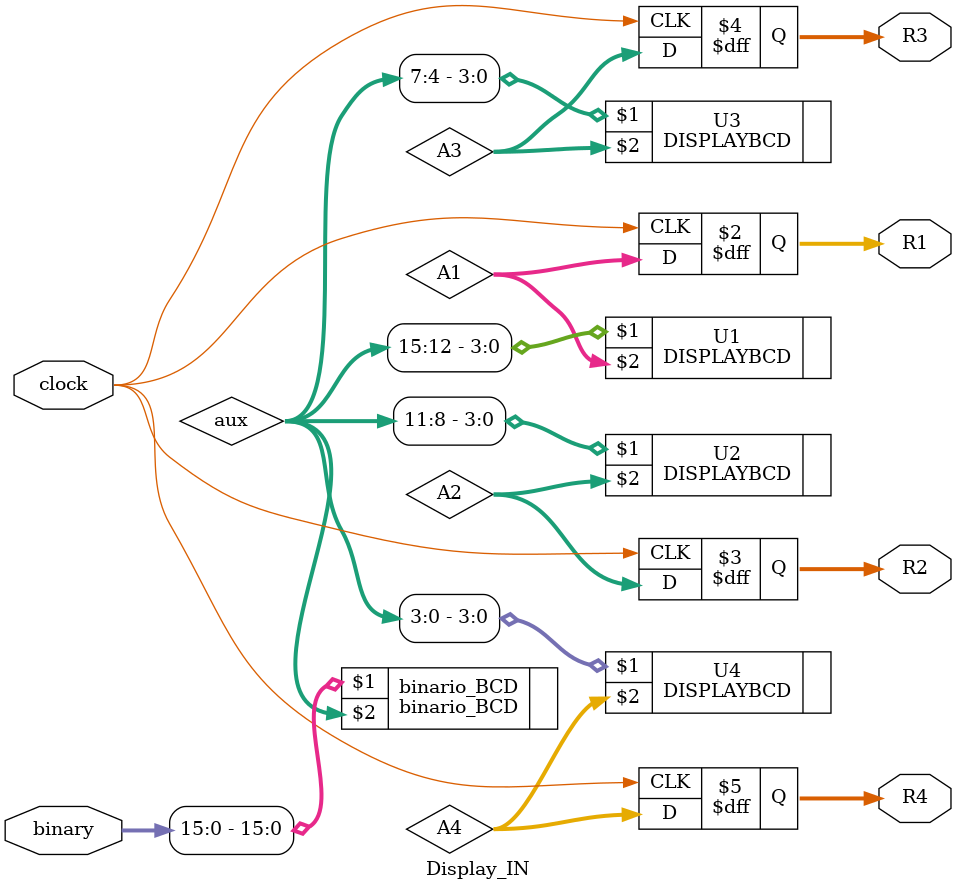
<source format=v>
module Display_IN (binary, R1, R2, R3, R4, clock);

	input [31:0] binary; 
	input clock;
	output reg [6:0] R1, R2, R3, R4;
	wire [15:0] aux; 
	wire [6:0] A1, A2, A3, A4;
	
	binario_BCD binario_BCD (binary[15:0], aux);
	

	DISPLAYBCD U1 (aux[15:12], A1);//unidade
	DISPLAYBCD U2 (aux[11:8], A2);//dezena
	DISPLAYBCD U3 (aux[7:4], A3);	//centena
	DISPLAYBCD U4 (aux[3:0], A4);	//mil
	
		always@ (posedge clock)
			begin
			R1=A1;
			R2=A2;
			R3=A3;
			R4=A4;
			end

endmodule
</source>
